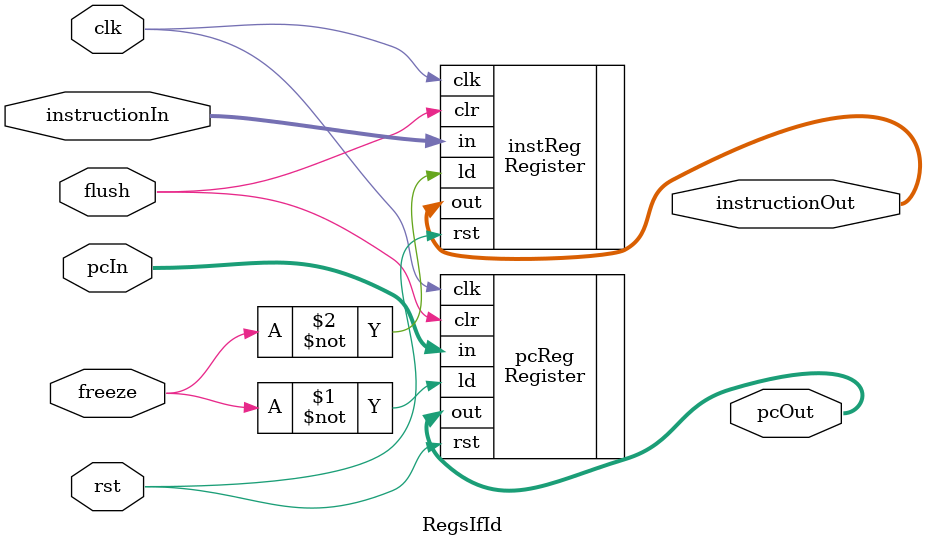
<source format=v>
module RegsIfId(
    input clk, rst,
    input freeze, flush,
    input [31:0] pcIn, instructionIn,
    output [31:0] pcOut, instructionOut);

    Register #(32) pcReg(
        .clk(clk), .rst(rst),
        .in(pcIn), .ld(~freeze), .clr(flush),
        .out(pcOut)
    );

    Register #(32) instReg(
        .clk(clk), .rst(rst),
        .in(instructionIn), .ld(~freeze), .clr(flush),
        .out(instructionOut)
    );
endmodule

</source>
